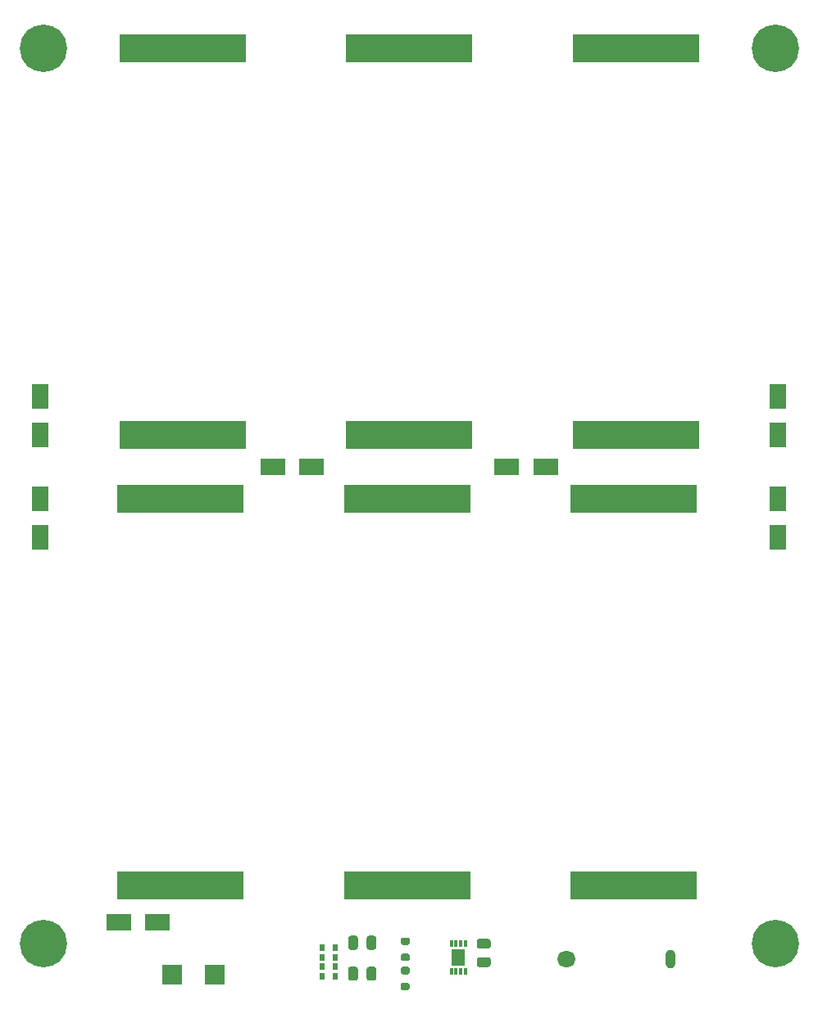
<source format=gbr>
%TF.GenerationSoftware,KiCad,Pcbnew,(5.1.10)-1*%
%TF.CreationDate,2022-11-16T11:33:56-08:00*%
%TF.ProjectId,XYFaces,58594661-6365-4732-9e6b-696361645f70,1.0*%
%TF.SameCoordinates,Original*%
%TF.FileFunction,Soldermask,Top*%
%TF.FilePolarity,Negative*%
%FSLAX46Y46*%
G04 Gerber Fmt 4.6, Leading zero omitted, Abs format (unit mm)*
G04 Created by KiCad (PCBNEW (5.1.10)-1) date 2022-11-16 11:33:56*
%MOMM*%
%LPD*%
G01*
G04 APERTURE LIST*
%ADD10R,0.300000X0.750000*%
%ADD11R,1.450000X1.750000*%
%ADD12R,13.000000X3.000000*%
%ADD13R,0.600000X0.720000*%
%ADD14R,1.700000X2.500000*%
%ADD15O,1.000000X1.950000*%
%ADD16O,1.900000X1.650000*%
%ADD17R,2.500000X1.700000*%
%ADD18C,4.900000*%
%ADD19R,2.000000X2.000000*%
G04 APERTURE END LIST*
D10*
%TO.C,U2*%
X140150000Y-136050000D03*
X139650000Y-136050000D03*
X138650000Y-136050000D03*
X139150000Y-136050000D03*
X140150000Y-138950000D03*
X139650000Y-138950000D03*
X139150000Y-138950000D03*
X138650000Y-138950000D03*
D11*
X139400000Y-137500000D03*
%TD*%
D12*
%TO.C,SC1*%
X110900000Y-83500000D03*
X110900000Y-43500000D03*
%TD*%
%TO.C,SC4*%
X110700000Y-90100000D03*
X110700000Y-130100000D03*
%TD*%
D13*
%TO.C,U1*%
X126700000Y-139455000D03*
X126700000Y-136545000D03*
X125300000Y-139455000D03*
X125300000Y-136545000D03*
X125300000Y-137515000D03*
X126700000Y-137515000D03*
X125300000Y-138485000D03*
X126700000Y-138485000D03*
%TD*%
D14*
%TO.C,D1*%
X96200000Y-83500000D03*
X96200000Y-79500000D03*
%TD*%
D12*
%TO.C,SC6*%
X157500000Y-90100000D03*
X157500000Y-130100000D03*
%TD*%
%TO.C,SC5*%
X134100000Y-130100000D03*
X134100000Y-90100000D03*
%TD*%
%TO.C,SC3*%
X157700000Y-83500000D03*
X157700000Y-43500000D03*
%TD*%
%TO.C,SC2*%
X134300000Y-43500000D03*
X134300000Y-83500000D03*
%TD*%
D15*
%TO.C,J1*%
X161270000Y-137700000D03*
D16*
X150570000Y-137700000D03*
%TD*%
D17*
%TO.C,D7*%
X104300000Y-133900000D03*
X108300000Y-133900000D03*
%TD*%
D14*
%TO.C,D6*%
X172400000Y-90100000D03*
X172400000Y-94100000D03*
%TD*%
D17*
%TO.C,D5*%
X148400000Y-86800000D03*
X144400000Y-86800000D03*
%TD*%
D14*
%TO.C,D4*%
X96200000Y-90100000D03*
X96200000Y-94100000D03*
%TD*%
%TO.C,D3*%
X172400000Y-83500000D03*
X172400000Y-79500000D03*
%TD*%
D17*
%TO.C,D2*%
X124200000Y-86800000D03*
X120200000Y-86800000D03*
%TD*%
%TO.C,R2*%
G36*
G01*
X133625000Y-140125000D02*
X134175000Y-140125000D01*
G75*
G02*
X134375000Y-140325000I0J-200000D01*
G01*
X134375000Y-140725000D01*
G75*
G02*
X134175000Y-140925000I-200000J0D01*
G01*
X133625000Y-140925000D01*
G75*
G02*
X133425000Y-140725000I0J200000D01*
G01*
X133425000Y-140325000D01*
G75*
G02*
X133625000Y-140125000I200000J0D01*
G01*
G37*
G36*
G01*
X133625000Y-138475000D02*
X134175000Y-138475000D01*
G75*
G02*
X134375000Y-138675000I0J-200000D01*
G01*
X134375000Y-139075000D01*
G75*
G02*
X134175000Y-139275000I-200000J0D01*
G01*
X133625000Y-139275000D01*
G75*
G02*
X133425000Y-139075000I0J200000D01*
G01*
X133425000Y-138675000D01*
G75*
G02*
X133625000Y-138475000I200000J0D01*
G01*
G37*
%TD*%
%TO.C,R1*%
G36*
G01*
X133625000Y-137100000D02*
X134175000Y-137100000D01*
G75*
G02*
X134375000Y-137300000I0J-200000D01*
G01*
X134375000Y-137700000D01*
G75*
G02*
X134175000Y-137900000I-200000J0D01*
G01*
X133625000Y-137900000D01*
G75*
G02*
X133425000Y-137700000I0J200000D01*
G01*
X133425000Y-137300000D01*
G75*
G02*
X133625000Y-137100000I200000J0D01*
G01*
G37*
G36*
G01*
X133625000Y-135450000D02*
X134175000Y-135450000D01*
G75*
G02*
X134375000Y-135650000I0J-200000D01*
G01*
X134375000Y-136050000D01*
G75*
G02*
X134175000Y-136250000I-200000J0D01*
G01*
X133625000Y-136250000D01*
G75*
G02*
X133425000Y-136050000I0J200000D01*
G01*
X133425000Y-135650000D01*
G75*
G02*
X133625000Y-135450000I200000J0D01*
G01*
G37*
%TD*%
%TO.C,C3*%
G36*
G01*
X141525000Y-137500000D02*
X142475000Y-137500000D01*
G75*
G02*
X142725000Y-137750000I0J-250000D01*
G01*
X142725000Y-138250000D01*
G75*
G02*
X142475000Y-138500000I-250000J0D01*
G01*
X141525000Y-138500000D01*
G75*
G02*
X141275000Y-138250000I0J250000D01*
G01*
X141275000Y-137750000D01*
G75*
G02*
X141525000Y-137500000I250000J0D01*
G01*
G37*
G36*
G01*
X141525000Y-135600000D02*
X142475000Y-135600000D01*
G75*
G02*
X142725000Y-135850000I0J-250000D01*
G01*
X142725000Y-136350000D01*
G75*
G02*
X142475000Y-136600000I-250000J0D01*
G01*
X141525000Y-136600000D01*
G75*
G02*
X141275000Y-136350000I0J250000D01*
G01*
X141275000Y-135850000D01*
G75*
G02*
X141525000Y-135600000I250000J0D01*
G01*
G37*
%TD*%
%TO.C,C2*%
G36*
G01*
X129000000Y-138725000D02*
X129000000Y-139675000D01*
G75*
G02*
X128750000Y-139925000I-250000J0D01*
G01*
X128250000Y-139925000D01*
G75*
G02*
X128000000Y-139675000I0J250000D01*
G01*
X128000000Y-138725000D01*
G75*
G02*
X128250000Y-138475000I250000J0D01*
G01*
X128750000Y-138475000D01*
G75*
G02*
X129000000Y-138725000I0J-250000D01*
G01*
G37*
G36*
G01*
X130900000Y-138725000D02*
X130900000Y-139675000D01*
G75*
G02*
X130650000Y-139925000I-250000J0D01*
G01*
X130150000Y-139925000D01*
G75*
G02*
X129900000Y-139675000I0J250000D01*
G01*
X129900000Y-138725000D01*
G75*
G02*
X130150000Y-138475000I250000J0D01*
G01*
X130650000Y-138475000D01*
G75*
G02*
X130900000Y-138725000I0J-250000D01*
G01*
G37*
%TD*%
%TO.C,C1*%
G36*
G01*
X129900000Y-136475000D02*
X129900000Y-135525000D01*
G75*
G02*
X130150000Y-135275000I250000J0D01*
G01*
X130650000Y-135275000D01*
G75*
G02*
X130900000Y-135525000I0J-250000D01*
G01*
X130900000Y-136475000D01*
G75*
G02*
X130650000Y-136725000I-250000J0D01*
G01*
X130150000Y-136725000D01*
G75*
G02*
X129900000Y-136475000I0J250000D01*
G01*
G37*
G36*
G01*
X128000000Y-136475000D02*
X128000000Y-135525000D01*
G75*
G02*
X128250000Y-135275000I250000J0D01*
G01*
X128750000Y-135275000D01*
G75*
G02*
X129000000Y-135525000I0J-250000D01*
G01*
X129000000Y-136475000D01*
G75*
G02*
X128750000Y-136725000I-250000J0D01*
G01*
X128250000Y-136725000D01*
G75*
G02*
X128000000Y-136475000I0J250000D01*
G01*
G37*
%TD*%
D18*
%TO.C,J5*%
X172100000Y-136100000D03*
%TD*%
%TO.C,J4*%
X172100000Y-43500000D03*
%TD*%
%TO.C,J3*%
X96500000Y-136100000D03*
%TD*%
%TO.C,J2*%
X96500000Y-43500000D03*
%TD*%
D19*
%TO.C,J7*%
X114200000Y-139300000D03*
%TD*%
%TO.C,J6*%
X109800000Y-139300000D03*
%TD*%
M02*

</source>
